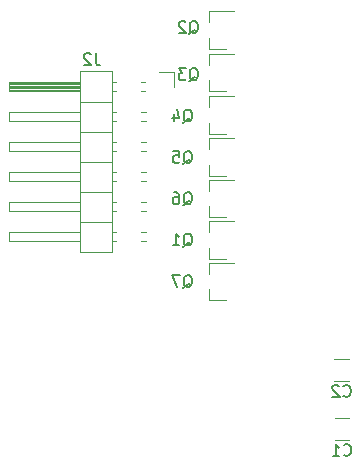
<source format=gbr>
G04 #@! TF.GenerationSoftware,KiCad,Pcbnew,(5.1.4)-1*
G04 #@! TF.CreationDate,2019-11-16T21:39:15+01:00*
G04 #@! TF.ProjectId,LEDClockControl,4c454443-6c6f-4636-9b43-6f6e74726f6c,rev?*
G04 #@! TF.SameCoordinates,Original*
G04 #@! TF.FileFunction,Legend,Bot*
G04 #@! TF.FilePolarity,Positive*
%FSLAX46Y46*%
G04 Gerber Fmt 4.6, Leading zero omitted, Abs format (unit mm)*
G04 Created by KiCad (PCBNEW (5.1.4)-1) date 2019-11-16 21:39:15*
%MOMM*%
%LPD*%
G04 APERTURE LIST*
%ADD10C,0.120000*%
%ADD11C,0.150000*%
G04 APERTURE END LIST*
D10*
X171910436Y-123090000D02*
X173114564Y-123090000D01*
X171910436Y-124910000D02*
X173114564Y-124910000D01*
X171885436Y-119910000D02*
X173089564Y-119910000D01*
X171885436Y-118090000D02*
X173089564Y-118090000D01*
X153020000Y-93670000D02*
X153020000Y-109030000D01*
X153020000Y-109030000D02*
X150360000Y-109030000D01*
X150360000Y-109030000D02*
X150360000Y-93670000D01*
X150360000Y-93670000D02*
X153020000Y-93670000D01*
X150360000Y-94620000D02*
X144360000Y-94620000D01*
X144360000Y-94620000D02*
X144360000Y-95380000D01*
X144360000Y-95380000D02*
X150360000Y-95380000D01*
X150360000Y-94680000D02*
X144360000Y-94680000D01*
X150360000Y-94800000D02*
X144360000Y-94800000D01*
X150360000Y-94920000D02*
X144360000Y-94920000D01*
X150360000Y-95040000D02*
X144360000Y-95040000D01*
X150360000Y-95160000D02*
X144360000Y-95160000D01*
X150360000Y-95280000D02*
X144360000Y-95280000D01*
X153417071Y-94620000D02*
X153020000Y-94620000D01*
X153417071Y-95380000D02*
X153020000Y-95380000D01*
X155890000Y-94620000D02*
X155502929Y-94620000D01*
X155890000Y-95380000D02*
X155502929Y-95380000D01*
X153020000Y-96270000D02*
X150360000Y-96270000D01*
X150360000Y-97160000D02*
X144360000Y-97160000D01*
X144360000Y-97160000D02*
X144360000Y-97920000D01*
X144360000Y-97920000D02*
X150360000Y-97920000D01*
X153417071Y-97160000D02*
X153020000Y-97160000D01*
X153417071Y-97920000D02*
X153020000Y-97920000D01*
X155957071Y-97160000D02*
X155502929Y-97160000D01*
X155957071Y-97920000D02*
X155502929Y-97920000D01*
X153020000Y-98810000D02*
X150360000Y-98810000D01*
X150360000Y-99700000D02*
X144360000Y-99700000D01*
X144360000Y-99700000D02*
X144360000Y-100460000D01*
X144360000Y-100460000D02*
X150360000Y-100460000D01*
X153417071Y-99700000D02*
X153020000Y-99700000D01*
X153417071Y-100460000D02*
X153020000Y-100460000D01*
X155957071Y-99700000D02*
X155502929Y-99700000D01*
X155957071Y-100460000D02*
X155502929Y-100460000D01*
X153020000Y-101350000D02*
X150360000Y-101350000D01*
X150360000Y-102240000D02*
X144360000Y-102240000D01*
X144360000Y-102240000D02*
X144360000Y-103000000D01*
X144360000Y-103000000D02*
X150360000Y-103000000D01*
X153417071Y-102240000D02*
X153020000Y-102240000D01*
X153417071Y-103000000D02*
X153020000Y-103000000D01*
X155957071Y-102240000D02*
X155502929Y-102240000D01*
X155957071Y-103000000D02*
X155502929Y-103000000D01*
X153020000Y-103890000D02*
X150360000Y-103890000D01*
X150360000Y-104780000D02*
X144360000Y-104780000D01*
X144360000Y-104780000D02*
X144360000Y-105540000D01*
X144360000Y-105540000D02*
X150360000Y-105540000D01*
X153417071Y-104780000D02*
X153020000Y-104780000D01*
X153417071Y-105540000D02*
X153020000Y-105540000D01*
X155957071Y-104780000D02*
X155502929Y-104780000D01*
X155957071Y-105540000D02*
X155502929Y-105540000D01*
X153020000Y-106430000D02*
X150360000Y-106430000D01*
X150360000Y-107320000D02*
X144360000Y-107320000D01*
X144360000Y-107320000D02*
X144360000Y-108080000D01*
X144360000Y-108080000D02*
X150360000Y-108080000D01*
X153417071Y-107320000D02*
X153020000Y-107320000D01*
X153417071Y-108080000D02*
X153020000Y-108080000D01*
X155957071Y-107320000D02*
X155502929Y-107320000D01*
X155957071Y-108080000D02*
X155502929Y-108080000D01*
X158270000Y-95000000D02*
X158270000Y-93730000D01*
X158270000Y-93730000D02*
X157000000Y-93730000D01*
X161240000Y-109580000D02*
X161240000Y-108650000D01*
X161240000Y-106420000D02*
X161240000Y-107350000D01*
X161240000Y-106420000D02*
X163400000Y-106420000D01*
X161240000Y-109580000D02*
X162700000Y-109580000D01*
X161240000Y-91780000D02*
X161240000Y-90850000D01*
X161240000Y-88620000D02*
X161240000Y-89550000D01*
X161240000Y-88620000D02*
X163400000Y-88620000D01*
X161240000Y-91780000D02*
X162700000Y-91780000D01*
X161240000Y-95380000D02*
X162700000Y-95380000D01*
X161240000Y-92220000D02*
X163400000Y-92220000D01*
X161240000Y-92220000D02*
X161240000Y-93150000D01*
X161240000Y-95380000D02*
X161240000Y-94450000D01*
X161240000Y-98980000D02*
X161240000Y-98050000D01*
X161240000Y-95820000D02*
X161240000Y-96750000D01*
X161240000Y-95820000D02*
X163400000Y-95820000D01*
X161240000Y-98980000D02*
X162700000Y-98980000D01*
X161240000Y-102530000D02*
X162700000Y-102530000D01*
X161240000Y-99370000D02*
X163400000Y-99370000D01*
X161240000Y-99370000D02*
X161240000Y-100300000D01*
X161240000Y-102530000D02*
X161240000Y-101600000D01*
X161240000Y-106080000D02*
X161240000Y-105150000D01*
X161240000Y-102920000D02*
X161240000Y-103850000D01*
X161240000Y-102920000D02*
X163400000Y-102920000D01*
X161240000Y-106080000D02*
X162700000Y-106080000D01*
X161240000Y-113080000D02*
X162700000Y-113080000D01*
X161240000Y-109920000D02*
X163400000Y-109920000D01*
X161240000Y-109920000D02*
X161240000Y-110850000D01*
X161240000Y-113080000D02*
X161240000Y-112150000D01*
D11*
X172679166Y-126177142D02*
X172726785Y-126224761D01*
X172869642Y-126272380D01*
X172964880Y-126272380D01*
X173107738Y-126224761D01*
X173202976Y-126129523D01*
X173250595Y-126034285D01*
X173298214Y-125843809D01*
X173298214Y-125700952D01*
X173250595Y-125510476D01*
X173202976Y-125415238D01*
X173107738Y-125320000D01*
X172964880Y-125272380D01*
X172869642Y-125272380D01*
X172726785Y-125320000D01*
X172679166Y-125367619D01*
X171726785Y-126272380D02*
X172298214Y-126272380D01*
X172012500Y-126272380D02*
X172012500Y-125272380D01*
X172107738Y-125415238D01*
X172202976Y-125510476D01*
X172298214Y-125558095D01*
X172654166Y-121177142D02*
X172701785Y-121224761D01*
X172844642Y-121272380D01*
X172939880Y-121272380D01*
X173082738Y-121224761D01*
X173177976Y-121129523D01*
X173225595Y-121034285D01*
X173273214Y-120843809D01*
X173273214Y-120700952D01*
X173225595Y-120510476D01*
X173177976Y-120415238D01*
X173082738Y-120320000D01*
X172939880Y-120272380D01*
X172844642Y-120272380D01*
X172701785Y-120320000D01*
X172654166Y-120367619D01*
X172273214Y-120367619D02*
X172225595Y-120320000D01*
X172130357Y-120272380D01*
X171892261Y-120272380D01*
X171797023Y-120320000D01*
X171749404Y-120367619D01*
X171701785Y-120462857D01*
X171701785Y-120558095D01*
X171749404Y-120700952D01*
X172320833Y-121272380D01*
X171701785Y-121272380D01*
X151678333Y-92182380D02*
X151678333Y-92896666D01*
X151725952Y-93039523D01*
X151821190Y-93134761D01*
X151964047Y-93182380D01*
X152059285Y-93182380D01*
X151249761Y-92277619D02*
X151202142Y-92230000D01*
X151106904Y-92182380D01*
X150868809Y-92182380D01*
X150773571Y-92230000D01*
X150725952Y-92277619D01*
X150678333Y-92372857D01*
X150678333Y-92468095D01*
X150725952Y-92610952D01*
X151297380Y-93182380D01*
X150678333Y-93182380D01*
X159095238Y-108547619D02*
X159190476Y-108500000D01*
X159285714Y-108404761D01*
X159428571Y-108261904D01*
X159523809Y-108214285D01*
X159619047Y-108214285D01*
X159571428Y-108452380D02*
X159666666Y-108404761D01*
X159761904Y-108309523D01*
X159809523Y-108119047D01*
X159809523Y-107785714D01*
X159761904Y-107595238D01*
X159666666Y-107500000D01*
X159571428Y-107452380D01*
X159380952Y-107452380D01*
X159285714Y-107500000D01*
X159190476Y-107595238D01*
X159142857Y-107785714D01*
X159142857Y-108119047D01*
X159190476Y-108309523D01*
X159285714Y-108404761D01*
X159380952Y-108452380D01*
X159571428Y-108452380D01*
X158190476Y-108452380D02*
X158761904Y-108452380D01*
X158476190Y-108452380D02*
X158476190Y-107452380D01*
X158571428Y-107595238D01*
X158666666Y-107690476D01*
X158761904Y-107738095D01*
X159595238Y-90547619D02*
X159690476Y-90500000D01*
X159785714Y-90404761D01*
X159928571Y-90261904D01*
X160023809Y-90214285D01*
X160119047Y-90214285D01*
X160071428Y-90452380D02*
X160166666Y-90404761D01*
X160261904Y-90309523D01*
X160309523Y-90119047D01*
X160309523Y-89785714D01*
X160261904Y-89595238D01*
X160166666Y-89500000D01*
X160071428Y-89452380D01*
X159880952Y-89452380D01*
X159785714Y-89500000D01*
X159690476Y-89595238D01*
X159642857Y-89785714D01*
X159642857Y-90119047D01*
X159690476Y-90309523D01*
X159785714Y-90404761D01*
X159880952Y-90452380D01*
X160071428Y-90452380D01*
X159261904Y-89547619D02*
X159214285Y-89500000D01*
X159119047Y-89452380D01*
X158880952Y-89452380D01*
X158785714Y-89500000D01*
X158738095Y-89547619D01*
X158690476Y-89642857D01*
X158690476Y-89738095D01*
X158738095Y-89880952D01*
X159309523Y-90452380D01*
X158690476Y-90452380D01*
X159595238Y-94547619D02*
X159690476Y-94500000D01*
X159785714Y-94404761D01*
X159928571Y-94261904D01*
X160023809Y-94214285D01*
X160119047Y-94214285D01*
X160071428Y-94452380D02*
X160166666Y-94404761D01*
X160261904Y-94309523D01*
X160309523Y-94119047D01*
X160309523Y-93785714D01*
X160261904Y-93595238D01*
X160166666Y-93500000D01*
X160071428Y-93452380D01*
X159880952Y-93452380D01*
X159785714Y-93500000D01*
X159690476Y-93595238D01*
X159642857Y-93785714D01*
X159642857Y-94119047D01*
X159690476Y-94309523D01*
X159785714Y-94404761D01*
X159880952Y-94452380D01*
X160071428Y-94452380D01*
X159309523Y-93452380D02*
X158690476Y-93452380D01*
X159023809Y-93833333D01*
X158880952Y-93833333D01*
X158785714Y-93880952D01*
X158738095Y-93928571D01*
X158690476Y-94023809D01*
X158690476Y-94261904D01*
X158738095Y-94357142D01*
X158785714Y-94404761D01*
X158880952Y-94452380D01*
X159166666Y-94452380D01*
X159261904Y-94404761D01*
X159309523Y-94357142D01*
X159095238Y-98047619D02*
X159190476Y-98000000D01*
X159285714Y-97904761D01*
X159428571Y-97761904D01*
X159523809Y-97714285D01*
X159619047Y-97714285D01*
X159571428Y-97952380D02*
X159666666Y-97904761D01*
X159761904Y-97809523D01*
X159809523Y-97619047D01*
X159809523Y-97285714D01*
X159761904Y-97095238D01*
X159666666Y-97000000D01*
X159571428Y-96952380D01*
X159380952Y-96952380D01*
X159285714Y-97000000D01*
X159190476Y-97095238D01*
X159142857Y-97285714D01*
X159142857Y-97619047D01*
X159190476Y-97809523D01*
X159285714Y-97904761D01*
X159380952Y-97952380D01*
X159571428Y-97952380D01*
X158285714Y-97285714D02*
X158285714Y-97952380D01*
X158523809Y-96904761D02*
X158761904Y-97619047D01*
X158142857Y-97619047D01*
X159095238Y-101547619D02*
X159190476Y-101500000D01*
X159285714Y-101404761D01*
X159428571Y-101261904D01*
X159523809Y-101214285D01*
X159619047Y-101214285D01*
X159571428Y-101452380D02*
X159666666Y-101404761D01*
X159761904Y-101309523D01*
X159809523Y-101119047D01*
X159809523Y-100785714D01*
X159761904Y-100595238D01*
X159666666Y-100500000D01*
X159571428Y-100452380D01*
X159380952Y-100452380D01*
X159285714Y-100500000D01*
X159190476Y-100595238D01*
X159142857Y-100785714D01*
X159142857Y-101119047D01*
X159190476Y-101309523D01*
X159285714Y-101404761D01*
X159380952Y-101452380D01*
X159571428Y-101452380D01*
X158238095Y-100452380D02*
X158714285Y-100452380D01*
X158761904Y-100928571D01*
X158714285Y-100880952D01*
X158619047Y-100833333D01*
X158380952Y-100833333D01*
X158285714Y-100880952D01*
X158238095Y-100928571D01*
X158190476Y-101023809D01*
X158190476Y-101261904D01*
X158238095Y-101357142D01*
X158285714Y-101404761D01*
X158380952Y-101452380D01*
X158619047Y-101452380D01*
X158714285Y-101404761D01*
X158761904Y-101357142D01*
X159095238Y-105047619D02*
X159190476Y-105000000D01*
X159285714Y-104904761D01*
X159428571Y-104761904D01*
X159523809Y-104714285D01*
X159619047Y-104714285D01*
X159571428Y-104952380D02*
X159666666Y-104904761D01*
X159761904Y-104809523D01*
X159809523Y-104619047D01*
X159809523Y-104285714D01*
X159761904Y-104095238D01*
X159666666Y-104000000D01*
X159571428Y-103952380D01*
X159380952Y-103952380D01*
X159285714Y-104000000D01*
X159190476Y-104095238D01*
X159142857Y-104285714D01*
X159142857Y-104619047D01*
X159190476Y-104809523D01*
X159285714Y-104904761D01*
X159380952Y-104952380D01*
X159571428Y-104952380D01*
X158285714Y-103952380D02*
X158476190Y-103952380D01*
X158571428Y-104000000D01*
X158619047Y-104047619D01*
X158714285Y-104190476D01*
X158761904Y-104380952D01*
X158761904Y-104761904D01*
X158714285Y-104857142D01*
X158666666Y-104904761D01*
X158571428Y-104952380D01*
X158380952Y-104952380D01*
X158285714Y-104904761D01*
X158238095Y-104857142D01*
X158190476Y-104761904D01*
X158190476Y-104523809D01*
X158238095Y-104428571D01*
X158285714Y-104380952D01*
X158380952Y-104333333D01*
X158571428Y-104333333D01*
X158666666Y-104380952D01*
X158714285Y-104428571D01*
X158761904Y-104523809D01*
X159095238Y-112047619D02*
X159190476Y-112000000D01*
X159285714Y-111904761D01*
X159428571Y-111761904D01*
X159523809Y-111714285D01*
X159619047Y-111714285D01*
X159571428Y-111952380D02*
X159666666Y-111904761D01*
X159761904Y-111809523D01*
X159809523Y-111619047D01*
X159809523Y-111285714D01*
X159761904Y-111095238D01*
X159666666Y-111000000D01*
X159571428Y-110952380D01*
X159380952Y-110952380D01*
X159285714Y-111000000D01*
X159190476Y-111095238D01*
X159142857Y-111285714D01*
X159142857Y-111619047D01*
X159190476Y-111809523D01*
X159285714Y-111904761D01*
X159380952Y-111952380D01*
X159571428Y-111952380D01*
X158809523Y-110952380D02*
X158142857Y-110952380D01*
X158571428Y-111952380D01*
M02*

</source>
